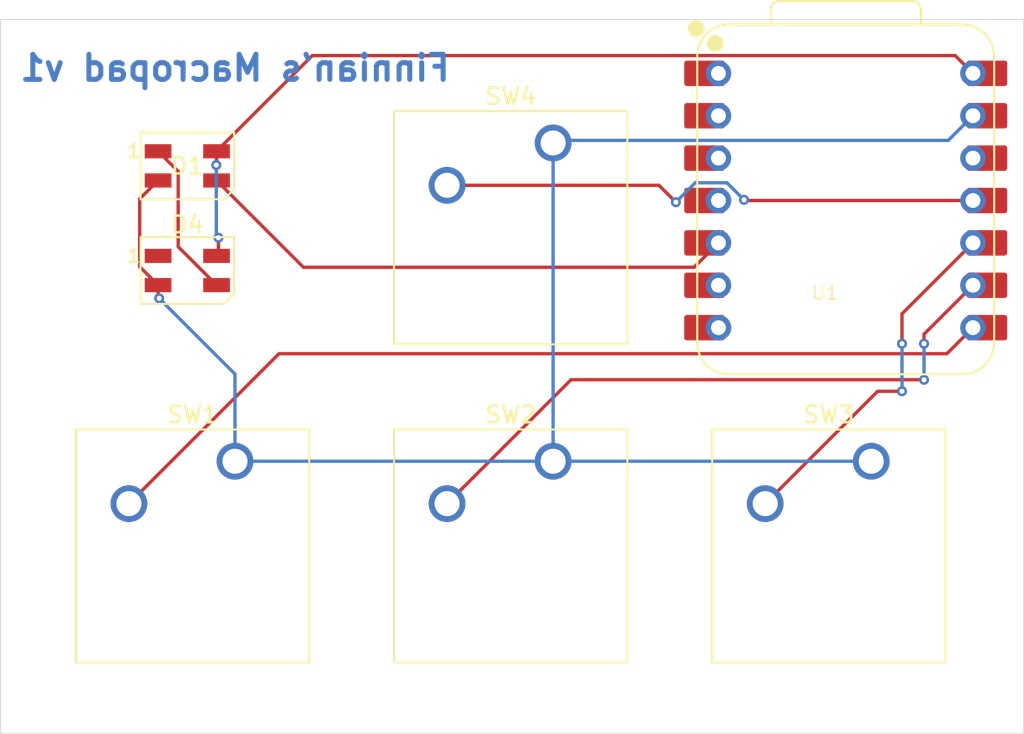
<source format=kicad_pcb>
(kicad_pcb (version 20241229) (generator "pcbnew") (generator_version "9.0")
  (layers (0 "F.Cu" signal) (2 "B.Cu" signal) (13 "F.Paste" user) (15 "B.Paste" user) (5 "F.SilkS" user "F.Silkscreen") (7 "B.SilkS" user "B.Silkscreen") (1 "F.Mask" user) (3 "B.Mask" user) (25 "Edge.Cuts" user))
  (net 0 "")
  (net 1 "Net-(D1-DOUT)")
  (net 2 "GND")
  (net 3 "Net-(D1-DIN)")
  (net 4 "+5V")
  (net 6 "Net-(U1-GPIO1{slash}RX)")
  (net 7 "Net-(U1-GPIO2{slash}SCK)")
  (net 8 "Net-(U1-GPIO4{slash}MISO)")
  (net 9 "Net-(U1-GPIO3{slash}MOSI)")
  (footprint "Button_Switch_Keyboard:SW_Cherry_MX_1.00u_PCB" (layer "F.Cu") (at 130.81 116.36375)
    (property "Reference" "SW1" (at -2.54 -2.794 0) (layer "F.SilkS"))
    (property "Value" "SW_Push")
    (fp_line (start -9.525 -1.905) (end 4.445 -1.905) (stroke (width 0.12)) (layer "F.SilkS"))
    (fp_line (start -9.525 12.065) (end -9.525 -1.905) (stroke (width 0.12)) (layer "F.SilkS"))
    (fp_line (start 4.445 -1.905) (end 4.445 12.065) (stroke (width 0.12)) (layer "F.SilkS"))
    (fp_line (start 4.445 12.065) (end -9.525 12.065) (stroke (width 0.12)) (layer "F.SilkS"))
    (pad "" np_thru_hole circle (at -7.62 5.08) (size 1.7 1.7) (drill 1.7) (layers "*.Cu" "*.Mask"))
    (pad "" np_thru_hole circle (at -2.54 5.08) (size 4 4) (drill 4) (layers "*.Cu" "*.Mask"))
    (pad "" np_thru_hole circle (at 2.54 5.08) (size 1.7 1.7) (drill 1.7) (layers "*.Cu" "*.Mask"))
    (pad "1" thru_hole circle (at 0 0) (size 2.2 2.2) (drill 1.5) (layers "*.Cu" "*.Mask") (net 2 "GND"))
    (pad "2" thru_hole circle (at -6.35 2.54) (size 2.2 2.2) (drill 1.5) (layers "*.Cu" "*.Mask") (net 6 "Net-(U1-GPIO1{slash}RX)"))
  )
  (footprint "Button_Switch_Keyboard:SW_Cherry_MX_1.00u_PCB" (layer "F.Cu") (at 149.86 116.36375)
    (property "Reference" "SW2" (at -2.54 -2.794 0) (layer "F.SilkS"))
    (property "Value" "SW_Push")
    (fp_line (start -9.525 -1.905) (end 4.445 -1.905) (stroke (width 0.12)) (layer "F.SilkS"))
    (fp_line (start -9.525 12.065) (end -9.525 -1.905) (stroke (width 0.12)) (layer "F.SilkS"))
    (fp_line (start 4.445 -1.905) (end 4.445 12.065) (stroke (width 0.12)) (layer "F.SilkS"))
    (fp_line (start 4.445 12.065) (end -9.525 12.065) (stroke (width 0.12)) (layer "F.SilkS"))
    (pad "" np_thru_hole circle (at -7.62 5.08) (size 1.7 1.7) (drill 1.7) (layers "*.Cu" "*.Mask"))
    (pad "" np_thru_hole circle (at -2.54 5.08) (size 4 4) (drill 4) (layers "*.Cu" "*.Mask"))
    (pad "" np_thru_hole circle (at 2.54 5.08) (size 1.7 1.7) (drill 1.7) (layers "*.Cu" "*.Mask"))
    (pad "1" thru_hole circle (at 0 0) (size 2.2 2.2) (drill 1.5) (layers "*.Cu" "*.Mask") (net 2 "GND"))
    (pad "2" thru_hole circle (at -6.35 2.54) (size 2.2 2.2) (drill 1.5) (layers "*.Cu" "*.Mask") (net 7 "Net-(U1-GPIO2{slash}SCK)"))
  )
  (footprint "LED_SMD:LED_SK6812MINI_PLCC4_3.5x3.5mm_P1.75mm" (layer "F.Cu") (at 127.95625 104.93375)
    (property "Reference" "D4" (at 0 -2.75 0) (layer "F.SilkS"))
    (property "Value" "SK6812MINI")
    (fp_line (start -2.8 -2) (end -2.8 2) (stroke (width 0.12)) (layer "F.SilkS"))
    (fp_line (start -2.8 -2) (end 2.8 -2) (stroke (width 0.12)) (layer "F.SilkS"))
    (fp_line (start -2.8 2) (end 2.2 2) (stroke (width 0.12)) (layer "F.SilkS"))
    (fp_line (start 2.8 1.4) (end 2.2 2) (stroke (width 0.12)) (layer "F.SilkS"))
    (fp_line (start 2.8 1.4) (end 2.8 -2) (stroke (width 0.12)) (layer "F.SilkS"))
    (fp_text user "1" (at -3.2 -0.875 0) (layer "F.SilkS") (effects (font (size 0.8 0.8))))
    (pad "1" smd rect (at -1.75 -0.875) (size 1.6 0.85) (layers "F.Cu" "F.Mask" "F.Paste"))
    (pad "2" smd rect (at -1.75 0.875) (size 1.6 0.85) (layers "F.Cu" "F.Mask" "F.Paste") (net 2 "GND"))
    (pad "3" smd rect (at 1.75 0.875) (size 1.6 0.85) (layers "F.Cu" "F.Mask" "F.Paste") (net 1 "Net-(D1-DOUT)"))
    (pad "4" smd rect (at 1.75 -0.875) (size 1.6 0.85) (layers "F.Cu" "F.Mask" "F.Paste") (net 4 "+5V"))
  )
  (footprint "Button_Switch_Keyboard:SW_Cherry_MX_1.00u_PCB" (layer "F.Cu") (at 149.86 97.29)
    (property "Reference" "SW4" (at -2.54 -2.794 0) (layer "F.SilkS"))
    (property "Value" "SW_Push")
    (fp_line (start -9.525 -1.905) (end 4.445 -1.905) (stroke (width 0.12)) (layer "F.SilkS"))
    (fp_line (start -9.525 12.065) (end -9.525 -1.905) (stroke (width 0.12)) (layer "F.SilkS"))
    (fp_line (start 4.445 -1.905) (end 4.445 12.065) (stroke (width 0.12)) (layer "F.SilkS"))
    (fp_line (start 4.445 12.065) (end -9.525 12.065) (stroke (width 0.12)) (layer "F.SilkS"))
    (pad "" np_thru_hole circle (at -7.62 5.08) (size 1.7 1.7) (drill 1.7) (layers "*.Cu" "*.Mask"))
    (pad "" np_thru_hole circle (at -2.54 5.08) (size 4 4) (drill 4) (layers "*.Cu" "*.Mask"))
    (pad "" np_thru_hole circle (at 2.54 5.08) (size 1.7 1.7) (drill 1.7) (layers "*.Cu" "*.Mask"))
    (pad "1" thru_hole circle (at 0 0) (size 2.2 2.2) (drill 1.5) (layers "*.Cu" "*.Mask") (net 2 "GND"))
    (pad "2" thru_hole circle (at -6.35 2.54) (size 2.2 2.2) (drill 1.5) (layers "*.Cu" "*.Mask") (net 9 "Net-(U1-GPIO3{slash}MOSI)"))
  )
  (footprint "LED_SMD:LED_SK6812MINI_PLCC4_3.5x3.5mm_P1.75mm" (layer "F.Cu") (at 127.95625 98.665)
    (property "Reference" "D1" (at 0 0 0) (layer "F.SilkS"))
    (property "Value" "SK6812MINI")
    (fp_line (start -2.8 -2) (end -2.8 2) (stroke (width 0.12)) (layer "F.SilkS"))
    (fp_line (start -2.8 -2) (end 2.8 -2) (stroke (width 0.12)) (layer "F.SilkS"))
    (fp_line (start -2.8 2) (end 2.2 2) (stroke (width 0.12)) (layer "F.SilkS"))
    (fp_line (start 2.8 1.4) (end 2.2 2) (stroke (width 0.12)) (layer "F.SilkS"))
    (fp_line (start 2.8 1.4) (end 2.8 -2) (stroke (width 0.12)) (layer "F.SilkS"))
    (fp_text user "1" (at -3.2 -0.875 0) (layer "F.SilkS") (effects (font (size 0.8 0.8))))
    (pad "1" smd rect (at -1.75 -0.875) (size 1.6 0.85) (layers "F.Cu" "F.Mask" "F.Paste") (net 1 "Net-(D1-DOUT)"))
    (pad "2" smd rect (at -1.75 0.875) (size 1.6 0.85) (layers "F.Cu" "F.Mask" "F.Paste") (net 2 "GND"))
    (pad "3" smd rect (at 1.75 0.875) (size 1.6 0.85) (layers "F.Cu" "F.Mask" "F.Paste") (net 3 "Net-(D1-DIN)"))
    (pad "4" smd rect (at 1.75 -0.875) (size 1.6 0.85) (layers "F.Cu" "F.Mask" "F.Paste") (net 4 "+5V"))
  )
  (footprint "Button_Switch_Keyboard:SW_Cherry_MX_1.00u_PCB" (layer "F.Cu") (at 168.91 116.36375)
    (property "Reference" "SW3" (at -2.54 -2.794 0) (layer "F.SilkS"))
    (property "Value" "SW_Push")
    (fp_line (start -9.525 -1.905) (end 4.445 -1.905) (stroke (width 0.12)) (layer "F.SilkS"))
    (fp_line (start -9.525 12.065) (end -9.525 -1.905) (stroke (width 0.12)) (layer "F.SilkS"))
    (fp_line (start 4.445 -1.905) (end 4.445 12.065) (stroke (width 0.12)) (layer "F.SilkS"))
    (fp_line (start 4.445 12.065) (end -9.525 12.065) (stroke (width 0.12)) (layer "F.SilkS"))
    (pad "" np_thru_hole circle (at -7.62 5.08) (size 1.7 1.7) (drill 1.7) (layers "*.Cu" "*.Mask"))
    (pad "" np_thru_hole circle (at -2.54 5.08) (size 4 4) (drill 4) (layers "*.Cu" "*.Mask"))
    (pad "" np_thru_hole circle (at 2.54 5.08) (size 1.7 1.7) (drill 1.7) (layers "*.Cu" "*.Mask"))
    (pad "1" thru_hole circle (at 0 0) (size 2.2 2.2) (drill 1.5) (layers "*.Cu" "*.Mask") (net 2 "GND"))
    (pad "2" thru_hole circle (at -6.35 2.54) (size 2.2 2.2) (drill 1.5) (layers "*.Cu" "*.Mask") (net 8 "Net-(U1-GPIO4{slash}MISO)"))
  )
  (footprint "OPL library:XIAO-RP2040-DIP" (layer "F.Cu") (at 167.38 100.74)
    (property "Reference" "U1" (at -1.24 5.55 0) (layer "F.SilkS") (effects (font (size 0.8 0.8) (thickness 0.1016))))
    (property "Value" "XIAO-RP2040-DIP")
    (fp_line (start -8.89 8.509) (end -8.89 -8.636) (stroke (width 0.127)) (layer "F.SilkS"))
    (fp_line (start -6.985 10.414) (end 6.985 10.414) (stroke (width 0.127)) (layer "F.SilkS"))
    (fp_line (start -4.495 -10.541) (end -4.491272 -11.451272) (stroke (width 0.127)) (layer "F.SilkS"))
    (fp_line (start -3.991272 -11.951) (end 4.004 -11.951) (stroke (width 0.127)) (layer "F.SilkS"))
    (fp_line (start 4.504 -11.451) (end 4.504 -10.541) (stroke (width 0.127)) (layer "F.SilkS"))
    (fp_line (start 6.985 -10.541) (end -6.985 -10.541) (stroke (width 0.1)) (layer "F.SilkS"))
    (fp_line (start 6.985 -10.541) (end -6.985 -10.541) (stroke (width 0.127)) (layer "F.SilkS"))
    (fp_line (start 8.89 8.509) (end 8.89 -8.636) (stroke (width 0.127)) (layer "F.SilkS"))
    (fp_arc (start -8.89 -8.636) (mid -8.332038 -9.983038) (end -6.985 -10.541) (stroke (width 0.127)) (layer "F.SilkS"))
    (fp_arc (start -6.985 10.414) (mid -8.332038 9.856038) (end -8.89 8.509) (stroke (width 0.127)) (layer "F.SilkS"))
    (fp_arc (start -4.491272 -11.451272) (mid -4.344728 -11.80464) (end -3.991272 -11.951) (stroke (width 0.127)) (layer "F.SilkS"))
    (fp_arc (start 4.004 -11.951) (mid 4.357553 -11.804553) (end 4.504 -11.451) (stroke (width 0.127)) (layer "F.SilkS"))
    (fp_arc (start 6.985 -10.541) (mid 8.332038 -9.983038) (end 8.89 -8.636) (stroke (width 0.127)) (layer "F.SilkS"))
    (fp_arc (start 8.89 8.509) (mid 8.332038 9.856038) (end 6.985 10.414) (stroke (width 0.127)) (layer "F.SilkS"))
    (fp_circle (center -8.95 -10.3) (end -8.95 -10.554) (stroke (width 0.5)) (fill yes) (layer "F.SilkS"))
    (fp_circle (center -7.807 -9.42) (end -7.807 -9.674) (stroke (width 0.5)) (fill yes) (layer "F.SilkS"))
    (pad "1" smd roundrect (at -8.455 -7.62 180) (size 2.432 1.524) (layers "F.Cu" "F.Mask") (roundrect_rratio 0.1))
    (pad "1" thru_hole circle (at -7.62 -7.62 180) (size 1.524 1.524) (drill 0.889) (layers "*.Cu" "*.Mask"))
    (pad "2" smd roundrect (at -8.455 -5.08 180) (size 2.432 1.524) (layers "F.Cu" "F.Mask") (roundrect_rratio 0.1))
    (pad "2" thru_hole circle (at -7.62 -5.08 180) (size 1.524 1.524) (drill 0.889) (layers "*.Cu" "*.Mask"))
    (pad "3" smd roundrect (at -8.455 -2.54 180) (size 2.432 1.524) (layers "F.Cu" "F.Mask") (roundrect_rratio 0.1))
    (pad "3" thru_hole circle (at -7.62 -2.54 180) (size 1.524 1.524) (drill 0.889) (layers "*.Cu" "*.Mask"))
    (pad "4" smd roundrect (at -8.455 0 180) (size 2.432 1.524) (layers "F.Cu" "F.Mask") (roundrect_rratio 0.1))
    (pad "4" thru_hole circle (at -7.62 0 180) (size 1.524 1.524) (drill 0.889) (layers "*.Cu" "*.Mask"))
    (pad "5" smd roundrect (at -8.455 2.54 180) (size 2.432 1.524) (layers "F.Cu" "F.Mask") (roundrect_rratio 0.1) (net 3 "Net-(D1-DIN)"))
    (pad "5" thru_hole circle (at -7.62 2.54 180) (size 1.524 1.524) (drill 0.889) (layers "*.Cu" "*.Mask") (net 3 "Net-(D1-DIN)"))
    (pad "6" smd roundrect (at -8.455 5.08 180) (size 2.432 1.524) (layers "F.Cu" "F.Mask") (roundrect_rratio 0.1))
    (pad "6" thru_hole circle (at -7.62 5.08 180) (size 1.524 1.524) (drill 0.889) (layers "*.Cu" "*.Mask"))
    (pad "7" smd roundrect (at -8.455 7.62 180) (size 2.432 1.524) (layers "F.Cu" "F.Mask") (roundrect_rratio 0.1))
    (pad "7" thru_hole circle (at -7.62 7.62 180) (size 1.524 1.524) (drill 0.889) (layers "*.Cu" "*.Mask"))
    (pad "8" thru_hole circle (at 7.62 7.62) (size 1.524 1.524) (drill 0.889) (layers "*.Cu" "*.Mask") (net 6 "Net-(U1-GPIO1{slash}RX)"))
    (pad "8" smd roundrect (at 8.455 7.62) (size 2.432 1.524) (layers "F.Cu" "F.Mask") (roundrect_rratio 0.1) (net 6 "Net-(U1-GPIO1{slash}RX)"))
    (pad "9" thru_hole circle (at 7.62 5.08) (size 1.524 1.524) (drill 0.889) (layers "*.Cu" "*.Mask") (net 7 "Net-(U1-GPIO2{slash}SCK)"))
    (pad "9" smd roundrect (at 8.455 5.08) (size 2.432 1.524) (layers "F.Cu" "F.Mask") (roundrect_rratio 0.1) (net 7 "Net-(U1-GPIO2{slash}SCK)"))
    (pad "10" thru_hole circle (at 7.62 2.54) (size 1.524 1.524) (drill 0.889) (layers "*.Cu" "*.Mask") (net 8 "Net-(U1-GPIO4{slash}MISO)"))
    (pad "10" smd roundrect (at 8.455 2.54) (size 2.432 1.524) (layers "F.Cu" "F.Mask") (roundrect_rratio 0.1) (net 8 "Net-(U1-GPIO4{slash}MISO)"))
    (pad "11" thru_hole circle (at 7.62 0) (size 1.524 1.524) (drill 0.889) (layers "*.Cu" "*.Mask") (net 9 "Net-(U1-GPIO3{slash}MOSI)"))
    (pad "11" smd roundrect (at 8.455 0) (size 2.432 1.524) (layers "F.Cu" "F.Mask") (roundrect_rratio 0.1) (net 9 "Net-(U1-GPIO3{slash}MOSI)"))
    (pad "12" thru_hole circle (at 7.62 -2.54) (size 1.524 1.524) (drill 0.889) (layers "*.Cu" "*.Mask"))
    (pad "12" smd roundrect (at 8.455 -2.54) (size 2.432 1.524) (layers "F.Cu" "F.Mask") (roundrect_rratio 0.1))
    (pad "13" thru_hole circle (at 7.62 -5.08) (size 1.524 1.524) (drill 0.889) (layers "*.Cu" "*.Mask") (net 2 "GND"))
    (pad "13" smd roundrect (at 8.455 -5.08) (size 2.432 1.524) (layers "F.Cu" "F.Mask") (roundrect_rratio 0.1) (net 2 "GND"))
    (pad "14" thru_hole circle (at 7.62 -7.62) (size 1.524 1.524) (drill 0.889) (layers "*.Cu" "*.Mask") (net 4 "+5V"))
    (pad "14" smd roundrect (at 8.455 -7.62) (size 2.432 1.524) (layers "F.Cu" "F.Mask") (roundrect_rratio 0.1) (net 4 "+5V"))
  )
  (gr_rect (start 116.765 89.89) (end 178.035 132.67875) (stroke (width 0.05)) (fill no) (layer "Edge.Cuts"))
  (gr_text "Finnian's Macropad v1" (at 143.83 93.68 0) (layer "B.Cu") (effects (font (size 1.5 1.5) (thickness 0.3) (bold yes)) (justify left bottom mirror)))
  (segment (start 127.41 98.99375) (end 127.41 103.5125) (width 0.2) (layer "F.Cu") (net 1))
  (segment (start 126.20625 97.79) (end 127.41 98.99375) (width 0.2) (layer "F.Cu") (net 1))
  (segment (start 127.41 103.5125) (end 129.70625 105.80875) (width 0.2) (layer "F.Cu") (net 1))
  (segment (start 126.20625 105.80875) (end 126.20625 106.53625) (width 0.2) (layer "F.Cu") (net 2))
  (segment (start 126.20625 106.53625) (end 126.27 106.6) (width 0.2) (layer "F.Cu") (net 2))
  (segment (start 126.20625 99.54) (end 125.10525 100.641) (width 0.2) (layer "F.Cu") (net 2))
  (segment (start 125.10525 100.641) (end 125.10525 104.70775) (width 0.2) (layer "F.Cu") (net 2))
  (segment (start 125.10525 104.70775) (end 126.20625 105.80875) (width 0.2) (layer "F.Cu") (net 2))
  (via (at 126.27 106.6) (size 0.6) (drill 0.3) (layers "F.Cu" "B.Cu") (net 2))
  (segment (start 149.86 116.36375) (end 149.86 97.29) (width 0.2) (layer "B.Cu") (net 2))
  (segment (start 149.86 116.36375) (end 168.91 116.36375) (width 0.2) (layer "B.Cu") (net 2))
  (segment (start 150.013 97.137) (end 149.86 97.29) (width 0.2) (layer "B.Cu") (net 2))
  (segment (start 130.81 111.14) (end 130.81 116.36375) (width 0.2) (layer "B.Cu") (net 2))
  (segment (start 130.81 116.36375) (end 149.86 116.36375) (width 0.2) (layer "B.Cu") (net 2))
  (segment (start 173.523 97.137) (end 150.013 97.137) (width 0.2) (layer "B.Cu") (net 2))
  (segment (start 126.27 106.6) (end 130.81 111.14) (width 0.2) (layer "B.Cu") (net 2))
  (segment (start 175 95.66) (end 173.523 97.137) (width 0.2) (layer "B.Cu") (net 2))
  (segment (start 158.3 104.74) (end 134.90625 104.74) (width 0.2) (layer "F.Cu") (net 3))
  (segment (start 134.90625 104.74) (end 129.70625 99.54) (width 0.2) (layer "F.Cu") (net 3))
  (segment (start 159.76 103.28) (end 158.3 104.74) (width 0.2) (layer "F.Cu") (net 3))
  (segment (start 129.82 102.97) (end 129.82 103.945) (width 0.2) (layer "F.Cu") (net 4))
  (segment (start 175 93.12) (end 173.937 92.057) (width 0.2) (layer "F.Cu") (net 4))
  (segment (start 129.70625 98.598748) (end 129.69 98.614998) (width 0.2) (layer "F.Cu") (net 4))
  (segment (start 129.70625 97.79) (end 129.70625 98.598748) (width 0.2) (layer "F.Cu") (net 4))
  (segment (start 173.937 92.057) (end 135.43925 92.057) (width 0.2) (layer "F.Cu") (net 4))
  (segment (start 129.82 103.945) (end 129.70625 104.05875) (width 0.2) (layer "F.Cu") (net 4))
  (segment (start 135.43925 92.057) (end 129.70625 97.79) (width 0.2) (layer "F.Cu") (net 4))
  (via (at 129.69 98.614998) (size 0.6) (drill 0.3) (layers "F.Cu" "B.Cu") (net 4))
  (via (at 129.82 102.97) (size 0.6) (drill 0.3) (layers "F.Cu" "B.Cu") (net 4))
  (segment (start 129.69 98.614998) (end 129.69 102.84) (width 0.2) (layer "B.Cu") (net 4))
  (segment (start 129.69 102.84) (end 129.82 102.97) (width 0.2) (layer "B.Cu") (net 4))
  (segment (start 175 108.36) (end 173.44 109.92) (width 0.2) (layer "F.Cu") (net 6))
  (segment (start 173.44 109.92) (end 133.44375 109.92) (width 0.2) (layer "F.Cu") (net 6))
  (segment (start 133.44375 109.92) (end 124.46 118.90375) (width 0.2) (layer "F.Cu") (net 6))
  (segment (start 172.07 108.75) (end 172.07 109.32) (width 0.2) (layer "F.Cu") (net 7))
  (segment (start 172.07 111.48) (end 150.93375 111.48) (width 0.2) (layer "F.Cu") (net 7))
  (segment (start 175 105.82) (end 172.07 108.75) (width 0.2) (layer "F.Cu") (net 7))
  (segment (start 150.93375 111.48) (end 143.51 118.90375) (width 0.2) (layer "F.Cu") (net 7))
  (via (at 172.07 111.48) (size 0.6) (drill 0.3) (layers "F.Cu" "B.Cu") (net 7))
  (via (at 172.07 109.32) (size 0.6) (drill 0.3) (layers "F.Cu" "B.Cu") (net 7))
  (segment (start 172.07 109.32) (end 172.07 111.48) (width 0.2) (layer "B.Cu") (net 7))
  (segment (start 169.29375 112.17) (end 162.56 118.90375) (width 0.2) (layer "F.Cu") (net 8))
  (segment (start 170.75 112.17) (end 169.29375 112.17) (width 0.2) (layer "F.Cu") (net 8))
  (segment (start 170.75 107.53) (end 170.75 109.32) (width 0.2) (layer "F.Cu") (net 8))
  (segment (start 175 103.28) (end 170.75 107.53) (width 0.2) (layer "F.Cu") (net 8))
  (via (at 170.75 109.32) (size 0.6) (drill 0.3) (layers "F.Cu" "B.Cu") (net 8))
  (via (at 170.75 112.17) (size 0.6) (drill 0.3) (layers "F.Cu" "B.Cu") (net 8))
  (segment (start 170.75 109.32) (end 170.75 112.17) (width 0.2) (layer "B.Cu") (net 8))
  (segment (start 175 100.74) (end 161.33 100.74) (width 0.2) (layer "F.Cu") (net 9))
  (segment (start 161.33 100.74) (end 161.29 100.7) (width 0.2) (layer "F.Cu") (net 9))
  (segment (start 156.199 99.83) (end 143.51 99.83) (width 0.2) (layer "F.Cu") (net 9))
  (segment (start 157.209 100.84) (end 156.199 99.83) (width 0.2) (layer "F.Cu") (net 9))
  (via (at 157.209 100.84) (size 0.6) (drill 0.3) (layers "F.Cu" "B.Cu") (net 9))
  (via (at 161.29 100.7) (size 0.6) (drill 0.3) (layers "F.Cu" "B.Cu") (net 9))
  (segment (start 161.29 100.7) (end 160.267 99.677) (width 0.2) (layer "B.Cu") (net 9))
  (segment (start 160.267 99.677) (end 158.372 99.677) (width 0.2) (layer "B.Cu") (net 9))
  (segment (start 158.372 99.677) (end 157.209 100.84) (width 0.2) (layer "B.Cu") (net 9))
)
</source>
